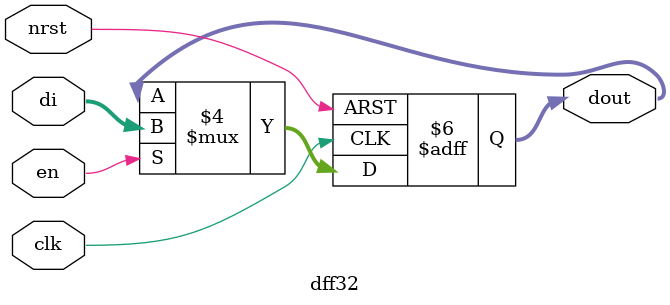
<source format=v>
`timescale 1ns / 1ps

module dff32(clk, nrst, en, di, dout);
    input clk, nrst, en;
    input [31:0] di;
    output [31:0] dout;
    reg [31:0] dout;

    always @(negedge clk or negedge nrst) begin
        if(nrst == 1'b0)begin
            dout <= 32'd0;
        end else begin
            if(en == 1'b1) begin
                dout <= di;
            end
        end
    end
endmodule
</source>
